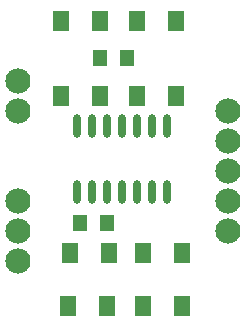
<source format=gts>
G04*
G04 #@! TF.GenerationSoftware,Altium Limited,Altium Designer,24.4.1 (13)*
G04*
G04 Layer_Color=8388736*
%FSLAX44Y44*%
%MOMM*%
G71*
G04*
G04 #@! TF.SameCoordinates,E702B004-23CB-4448-875A-07FC45505782*
G04*
G04*
G04 #@! TF.FilePolarity,Negative*
G04*
G01*
G75*
G04:AMPARAMS|DCode=12|XSize=1.2192mm|YSize=1.4224mm|CornerRadius=0.069mm|HoleSize=0mm|Usage=FLASHONLY|Rotation=0.000|XOffset=0mm|YOffset=0mm|HoleType=Round|Shape=RoundedRectangle|*
%AMROUNDEDRECTD12*
21,1,1.2192,1.2845,0,0,0.0*
21,1,1.0813,1.4224,0,0,0.0*
1,1,0.1379,0.5406,-0.6422*
1,1,0.1379,-0.5406,-0.6422*
1,1,0.1379,-0.5406,0.6422*
1,1,0.1379,0.5406,0.6422*
%
%ADD12ROUNDEDRECTD12*%
G04:AMPARAMS|DCode=13|XSize=1.397mm|YSize=1.7272mm|CornerRadius=0.0699mm|HoleSize=0mm|Usage=FLASHONLY|Rotation=0.000|XOffset=0mm|YOffset=0mm|HoleType=Round|Shape=RoundedRectangle|*
%AMROUNDEDRECTD13*
21,1,1.3970,1.5875,0,0,0.0*
21,1,1.2573,1.7272,0,0,0.0*
1,1,0.1397,0.6287,-0.7938*
1,1,0.1397,-0.6287,-0.7938*
1,1,0.1397,-0.6287,0.7938*
1,1,0.1397,0.6287,0.7938*
%
%ADD13ROUNDEDRECTD13*%
%ADD14O,0.7112X1.9812*%
%ADD15C,2.1336*%
D12*
X129540Y95250D02*
D03*
X152400D02*
D03*
X168910Y234950D02*
D03*
X146050D02*
D03*
D13*
X152400Y25400D02*
D03*
X119380D02*
D03*
X215900Y69850D02*
D03*
X182880D02*
D03*
Y25400D02*
D03*
X215900D02*
D03*
X210820Y203200D02*
D03*
X177800D02*
D03*
X113030D02*
D03*
X146050D02*
D03*
X177800Y266700D02*
D03*
X210820D02*
D03*
X146050D02*
D03*
X113030D02*
D03*
X120650Y69850D02*
D03*
X153670D02*
D03*
D14*
X203200Y121920D02*
D03*
X190500D02*
D03*
X177800D02*
D03*
X165100D02*
D03*
X152400D02*
D03*
X139700D02*
D03*
X127000D02*
D03*
Y177800D02*
D03*
X139700D02*
D03*
X152400D02*
D03*
X165100D02*
D03*
X177800D02*
D03*
X190500D02*
D03*
X203200D02*
D03*
D15*
X255016Y88900D02*
D03*
X77216Y63500D02*
D03*
X255016Y114300D02*
D03*
X77216Y88900D02*
D03*
X255016Y139700D02*
D03*
X77216Y114300D02*
D03*
X255016Y165100D02*
D03*
X77216Y190500D02*
D03*
X255016D02*
D03*
X77216Y215900D02*
D03*
M02*

</source>
